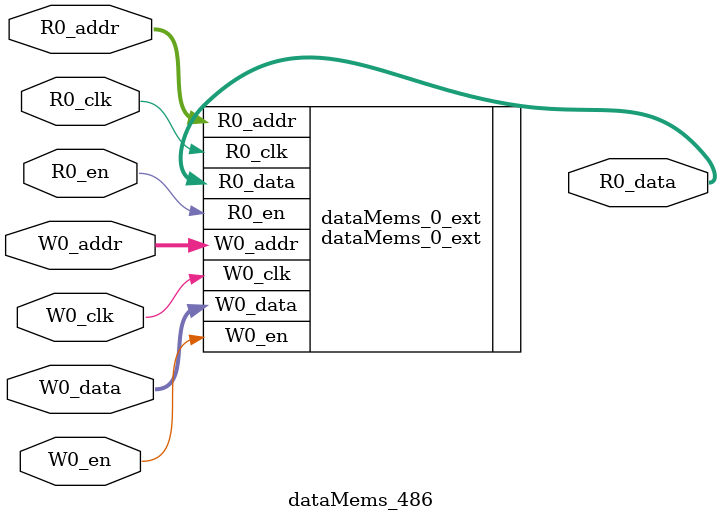
<source format=sv>
`ifndef RANDOMIZE
  `ifdef RANDOMIZE_REG_INIT
    `define RANDOMIZE
  `endif // RANDOMIZE_REG_INIT
`endif // not def RANDOMIZE
`ifndef RANDOMIZE
  `ifdef RANDOMIZE_MEM_INIT
    `define RANDOMIZE
  `endif // RANDOMIZE_MEM_INIT
`endif // not def RANDOMIZE

`ifndef RANDOM
  `define RANDOM $random
`endif // not def RANDOM

// Users can define 'PRINTF_COND' to add an extra gate to prints.
`ifndef PRINTF_COND_
  `ifdef PRINTF_COND
    `define PRINTF_COND_ (`PRINTF_COND)
  `else  // PRINTF_COND
    `define PRINTF_COND_ 1
  `endif // PRINTF_COND
`endif // not def PRINTF_COND_

// Users can define 'ASSERT_VERBOSE_COND' to add an extra gate to assert error printing.
`ifndef ASSERT_VERBOSE_COND_
  `ifdef ASSERT_VERBOSE_COND
    `define ASSERT_VERBOSE_COND_ (`ASSERT_VERBOSE_COND)
  `else  // ASSERT_VERBOSE_COND
    `define ASSERT_VERBOSE_COND_ 1
  `endif // ASSERT_VERBOSE_COND
`endif // not def ASSERT_VERBOSE_COND_

// Users can define 'STOP_COND' to add an extra gate to stop conditions.
`ifndef STOP_COND_
  `ifdef STOP_COND
    `define STOP_COND_ (`STOP_COND)
  `else  // STOP_COND
    `define STOP_COND_ 1
  `endif // STOP_COND
`endif // not def STOP_COND_

// Users can define INIT_RANDOM as general code that gets injected into the
// initializer block for modules with registers.
`ifndef INIT_RANDOM
  `define INIT_RANDOM
`endif // not def INIT_RANDOM

// If using random initialization, you can also define RANDOMIZE_DELAY to
// customize the delay used, otherwise 0.002 is used.
`ifndef RANDOMIZE_DELAY
  `define RANDOMIZE_DELAY 0.002
`endif // not def RANDOMIZE_DELAY

// Define INIT_RANDOM_PROLOG_ for use in our modules below.
`ifndef INIT_RANDOM_PROLOG_
  `ifdef RANDOMIZE
    `ifdef VERILATOR
      `define INIT_RANDOM_PROLOG_ `INIT_RANDOM
    `else  // VERILATOR
      `define INIT_RANDOM_PROLOG_ `INIT_RANDOM #`RANDOMIZE_DELAY begin end
    `endif // VERILATOR
  `else  // RANDOMIZE
    `define INIT_RANDOM_PROLOG_
  `endif // RANDOMIZE
`endif // not def INIT_RANDOM_PROLOG_

// Include register initializers in init blocks unless synthesis is set
`ifndef SYNTHESIS
  `ifndef ENABLE_INITIAL_REG_
    `define ENABLE_INITIAL_REG_
  `endif // not def ENABLE_INITIAL_REG_
`endif // not def SYNTHESIS

// Include rmemory initializers in init blocks unless synthesis is set
`ifndef SYNTHESIS
  `ifndef ENABLE_INITIAL_MEM_
    `define ENABLE_INITIAL_MEM_
  `endif // not def ENABLE_INITIAL_MEM_
`endif // not def SYNTHESIS

module dataMems_486(	// @[generators/ara/src/main/scala/UnsafeAXI4ToTL.scala:365:62]
  input  [4:0]  R0_addr,
  input         R0_en,
  input         R0_clk,
  output [66:0] R0_data,
  input  [4:0]  W0_addr,
  input         W0_en,
  input         W0_clk,
  input  [66:0] W0_data
);

  dataMems_0_ext dataMems_0_ext (	// @[generators/ara/src/main/scala/UnsafeAXI4ToTL.scala:365:62]
    .R0_addr (R0_addr),
    .R0_en   (R0_en),
    .R0_clk  (R0_clk),
    .R0_data (R0_data),
    .W0_addr (W0_addr),
    .W0_en   (W0_en),
    .W0_clk  (W0_clk),
    .W0_data (W0_data)
  );
endmodule


</source>
